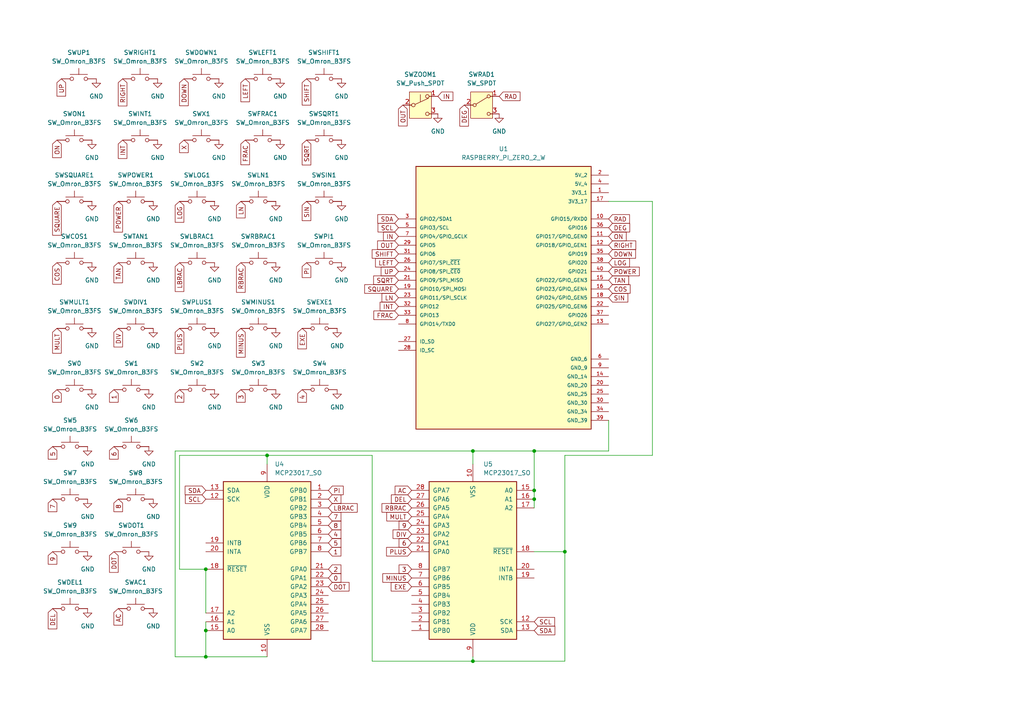
<source format=kicad_sch>
(kicad_sch (version 20231120) (generator "eeschema") (generator_version "8.0")
  (paper "A4")
  (lib_symbols
    (symbol "Interface_Expansion:MCP23017_SO" (pin_names (offset 1.016))
      (property "Reference" "U" (at -11.43 24.13 0))
      (property "Value" "MCP23017_SO" (at 0 0 0))
      (symbol "MCP23017_SO_0_1"
        (rectangle (start -12.7 22.86) (end 12.7 -22.86) (stroke (width 0.254)) (fill (type background)))
      )
      (symbol "MCP23017_SO_1_1"
        (pin bidirectional line (at 17.78 20.32 180) (length 5.08) (name "GPB0") (number "1"))
        (pin power_in line (at 0 -27.94 90) (length 5.08) (name "VSS") (number "10"))
        (pin no_connect line (at -12.7 15.24 0) (length 5.08) hide (name "NC") (number "11"))
        (pin input line (at -17.78 17.78 0) (length 5.08) (name "SCK") (number "12"))
        (pin bidirectional line (at -17.78 20.32 0) (length 5.08) (name "SDA") (number "13"))
        (pin no_connect line (at -12.7 12.7 0) (length 5.08) hide (name "NC") (number "14"))
        (pin input line (at -17.78 -20.32 0) (length 5.08) (name "A0") (number "15"))
        (pin input line (at -17.78 -17.78 0) (length 5.08) (name "A1") (number "16"))
        (pin input line (at -17.78 -15.24 0) (length 5.08) (name "A2") (number "17"))
        (pin input line (at -17.78 -2.54 0) (length 5.08) (name "~{RESET}") (number "18"))
        (pin tri_state line (at -17.78 5.08 0) (length 5.08) (name "INTB") (number "19"))
        (pin bidirectional line (at 17.78 17.78 180) (length 5.08) (name "GPB1") (number "2"))
        (pin tri_state line (at -17.78 2.54 0) (length 5.08) (name "INTA") (number "20"))
        (pin bidirectional line (at 17.78 -2.54 180) (length 5.08) (name "GPA0") (number "21"))
        (pin bidirectional line (at 17.78 -5.08 180) (length 5.08) (name "GPA1") (number "22"))
        (pin bidirectional line (at 17.78 -7.62 180) (length 5.08) (name "GPA2") (number "23"))
        (pin bidirectional line (at 17.78 -10.16 180) (length 5.08) (name "GPA3") (number "24"))
        (pin bidirectional line (at 17.78 -12.7 180) (length 5.08) (name "GPA4") (number "25"))
        (pin bidirectional line (at 17.78 -15.24 180) (length 5.08) (name "GPA5") (number "26"))
        (pin bidirectional line (at 17.78 -17.78 180) (length 5.08) (name "GPA6") (number "27"))
        (pin output line (at 17.78 -20.32 180) (length 5.08) (name "GPA7") (number "28"))
        (pin bidirectional line (at 17.78 15.24 180) (length 5.08) (name "GPB2") (number "3"))
        (pin bidirectional line (at 17.78 12.7 180) (length 5.08) (name "GPB3") (number "4"))
        (pin bidirectional line (at 17.78 10.16 180) (length 5.08) (name "GPB4") (number "5"))
        (pin bidirectional line (at 17.78 7.62 180) (length 5.08) (name "GPB5") (number "6"))
        (pin bidirectional line (at 17.78 5.08 180) (length 5.08) (name "GPB6") (number "7"))
        (pin output line (at 17.78 2.54 180) (length 5.08) (name "GPB7") (number "8"))
        (pin power_in line (at 0 27.94 270) (length 5.08) (name "VDD") (number "9"))
      )
    )
    (symbol "RASPBERRY_PI_ZERO_2_W:RASPBERRY_PI_ZERO_2_W" (pin_names (offset 1.016))
      (property "Reference" "U" (at -25.42 39.3962 0))
      (property "Value" "RASPBERRY_PI_ZERO_2_W" (at -25.4191 -40.6687 0))
      (symbol "RASPBERRY_PI_ZERO_2_W_0_0"
        (rectangle (start -25.4 -38.1) (end 25.4 38.1) (stroke (width 0.254)) (fill (type background)))
        (pin power_in line (at 30.48 30.48 180) (length 5.08) (name "3V3_1") (number "1"))
        (pin bidirectional line (at 30.48 22.86 180) (length 5.08) (name "GPIO15/RXD0") (number "10"))
        (pin bidirectional line (at 30.48 17.78 180) (length 5.08) (name "GPIO17/GPIO_GEN0") (number "11"))
        (pin bidirectional line (at 30.48 15.24 180) (length 5.08) (name "GPIO18/GPIO_GEN1") (number "12"))
        (pin bidirectional line (at 30.48 -7.62 180) (length 5.08) (name "GPIO27/GPIO_GEN2") (number "13"))
        (pin power_in line (at 30.48 -22.86 180) (length 5.08) (name "GND_14") (number "14"))
        (pin bidirectional line (at 30.48 5.08 180) (length 5.08) (name "GPIO22/GPIO_GEN3") (number "15"))
        (pin bidirectional line (at 30.48 2.54 180) (length 5.08) (name "GPIO23/GPIO_GEN4") (number "16"))
        (pin power_in line (at 30.48 27.94 180) (length 5.08) (name "3V3_17") (number "17"))
        (pin bidirectional line (at 30.48 0 180) (length 5.08) (name "GPIO24/GPIO_GEN5") (number "18"))
        (pin bidirectional line (at -30.48 2.54 0) (length 5.08) (name "GPIO10/SPI_MOSI") (number "19"))
        (pin power_in line (at 30.48 35.56 180) (length 5.08) (name "5V_2") (number "2"))
        (pin power_in line (at 30.48 -25.4 180) (length 5.08) (name "GND_20") (number "20"))
        (pin bidirectional line (at -30.48 5.08 0) (length 5.08) (name "GPIO9/SPI_MISO") (number "21"))
        (pin bidirectional line (at 30.48 -2.54 180) (length 5.08) (name "GPIO25/GPIO_GEN6") (number "22"))
        (pin bidirectional line (at -30.48 0 0) (length 5.08) (name "GPIO11/SPI_SCLK") (number "23"))
        (pin bidirectional line (at -30.48 7.62 0) (length 5.08) (name "GPIO8/SPI_~{CE0}") (number "24"))
        (pin power_in line (at 30.48 -27.94 180) (length 5.08) (name "GND_25") (number "25"))
        (pin bidirectional line (at -30.48 10.16 0) (length 5.08) (name "GPIO7/SPI_~{CE1}") (number "26"))
        (pin bidirectional line (at -30.48 -12.7 0) (length 5.08) (name "ID_SD") (number "27"))
        (pin bidirectional line (at -30.48 -15.24 0) (length 5.08) (name "ID_SC") (number "28"))
        (pin bidirectional line (at -30.48 15.24 0) (length 5.08) (name "GPIO5") (number "29"))
        (pin bidirectional line (at -30.48 22.86 0) (length 5.08) (name "GPIO2/SDA1") (number "3"))
        (pin power_in line (at 30.48 -30.48 180) (length 5.08) (name "GND_30") (number "30"))
        (pin bidirectional line (at -30.48 12.7 0) (length 5.08) (name "GPIO6") (number "31"))
        (pin bidirectional line (at -30.48 -2.54 0) (length 5.08) (name "GPIO12") (number "32"))
        (pin bidirectional line (at -30.48 -5.08 0) (length 5.08) (name "GPIO13") (number "33"))
        (pin power_in line (at 30.48 -33.02 180) (length 5.08) (name "GND_34") (number "34"))
        (pin bidirectional line (at 30.48 12.7 180) (length 5.08) (name "GPIO19") (number "35"))
        (pin bidirectional line (at 30.48 20.32 180) (length 5.08) (name "GPIO16") (number "36"))
        (pin bidirectional line (at 30.48 -5.08 180) (length 5.08) (name "GPIO26") (number "37"))
        (pin bidirectional line (at 30.48 10.16 180) (length 5.08) (name "GPIO20") (number "38"))
        (pin power_in line (at 30.48 -35.56 180) (length 5.08) (name "GND_39") (number "39"))
        (pin power_in line (at 30.48 33.02 180) (length 5.08) (name "5V_4") (number "4"))
        (pin bidirectional line (at 30.48 7.62 180) (length 5.08) (name "GPIO21") (number "40"))
        (pin bidirectional line (at -30.48 20.32 0) (length 5.08) (name "GPIO3/SCL") (number "5"))
        (pin power_in line (at 30.48 -17.78 180) (length 5.08) (name "GND_6") (number "6"))
        (pin bidirectional line (at -30.48 17.78 0) (length 5.08) (name "GPIO4/GPIO_GCLK") (number "7"))
        (pin bidirectional line (at -30.48 -7.62 0) (length 5.08) (name "GPIO14/TXD0") (number "8"))
        (pin power_in line (at 30.48 -20.32 180) (length 5.08) (name "GND_9") (number "9"))
      )
    )
    (symbol "Switch:SW_Omron_B3FS" (pin_numbers hide) (pin_names (offset 1.016) hide)
      (property "Reference" "SW" (at 1.27 2.54 0))
      (property "Value" "SW_Omron_B3FS" (at 0 -1.524 0))
      (symbol "SW_Omron_B3FS_0_1"
        (circle (center -2.032 0) (radius 0.508))
        (polyline (pts (xy 0 1.27) (xy 0 3.048)))
        (polyline (pts (xy 2.54 1.27) (xy -2.54 1.27)))
        (circle (center 2.032 0) (radius 0.508))
        (pin passive line (at -5.08 0 0) (length 2.54) (name "1") (number "1"))
        (pin passive line (at 5.08 0 180) (length 2.54) (name "2") (number "2"))
      )
    )
    (symbol "Switch:SW_Push_SPDT" (pin_names (offset 0) hide)
      (property "Reference" "SW" (at 0 5.08 0))
      (property "Value" "SW_Push_SPDT" (at 0 -5.08 0))
      (symbol "SW_Push_SPDT_0_0"
        (circle (center -2.032 0) (radius 0.508))
        (polyline (pts (xy 0 1.016) (xy 0 3.048)))
        (circle (center 2.032 -2.54) (radius 0.508))
      )
      (symbol "SW_Push_SPDT_0_1"
        (polyline (pts (xy -1.524 0.2032) (xy 2.3368 1.9812)))
        (circle (center 2.032 2.54) (radius 0.508))
      )
      (symbol "SW_Push_SPDT_1_1"
        (rectangle (start -3.175 3.81) (end 3.175 -3.81) (fill (type background)))
        (pin passive line (at 5.08 2.54 180) (length 2.54) (name "A") (number "1"))
        (pin passive line (at -5.08 0 0) (length 2.54) (name "B") (number "2"))
        (pin passive line (at 5.08 -2.54 180) (length 2.54) (name "C") (number "3"))
      )
    )
    (symbol "Switch:SW_SPDT" (pin_names (offset 0) hide)
      (property "Reference" "SW" (at 0 5.08 0))
      (property "Value" "SW_SPDT" (at 0 -5.08 0))
      (symbol "SW_SPDT_0_1"
        (circle (center -2.032 0) (radius 0.4572))
        (polyline (pts (xy -1.651 0.254) (xy 1.651 2.286)))
        (circle (center 2.032 -2.54) (radius 0.4572))
        (circle (center 2.032 2.54) (radius 0.4572))
      )
      (symbol "SW_SPDT_1_1"
        (rectangle (start -3.175 3.81) (end 3.175 -3.81) (fill (type background)))
        (pin passive line (at 5.08 2.54 180) (length 2.54) (name "A") (number "1"))
        (pin passive line (at -5.08 0 0) (length 2.54) (name "B") (number "2"))
        (pin passive line (at 5.08 -2.54 180) (length 2.54) (name "C") (number "3"))
      )
    )
    (symbol "power:GND" (power) (pin_numbers hide) (pin_names (offset 0) hide)
      (property "Value" "GND" (at 0 -3.81 0))
      (symbol "GND_0_1"
        (polyline (pts (xy 0 0) (xy 0 -1.27) (xy 1.27 -1.27) (xy 0 -2.54) (xy -1.27 -1.27) (xy 0 -1.27)))
      )
      (symbol "GND_1_1"
        (pin power_in line (at 0 0 270) (length 0) (name "~") (number "1"))
      )
    )
  )
  (junction (at 59.69 190.5))
  (junction (at 77.47 132.08))
  (junction (at 137.16 191.77))
  (junction (at 154.94 144.78))
  (junction (at 59.69 165.1))
  (junction (at 154.94 142.24))
  (junction (at 154.94 130.81))
  (junction (at 163.83 160.02))
  (junction (at 59.69 182.88))
  (junction (at 137.16 130.81))
  (wire (pts (xy 77.47 132.08) (xy 107.95 132.08)))
  (wire (pts (xy 137.16 130.81) (xy 154.94 130.81)))
  (wire (pts (xy 52.07 165.1) (xy 52.07 132.08)))
  (wire (pts (xy 189.23 132.08) (xy 189.23 58.42)))
  (wire (pts (xy 154.94 144.78) (xy 154.94 147.32)))
  (wire (pts (xy 137.16 191.77) (xy 137.16 190.5)))
  (wire (pts (xy 154.94 130.81) (xy 176.53 130.81)))
  (wire (pts (xy 59.69 165.1) (xy 52.07 165.1)))
  (wire (pts (xy 163.83 191.77) (xy 163.83 160.02)))
  (wire (pts (xy 137.16 134.62) (xy 137.16 130.81)))
  (wire (pts (xy 163.83 132.08) (xy 189.23 132.08)))
  (wire (pts (xy 50.8 130.81) (xy 137.16 130.81)))
  (wire (pts (xy 189.23 58.42) (xy 176.53 58.42)))
  (wire (pts (xy 59.69 182.88) (xy 59.69 190.5)))
  (wire (pts (xy 52.07 132.08) (xy 77.47 132.08)))
  (wire (pts (xy 107.95 132.08) (xy 107.95 191.77)))
  (wire (pts (xy 50.8 190.5) (xy 50.8 130.81)))
  (wire (pts (xy 154.94 130.81) (xy 154.94 142.24)))
  (wire (pts (xy 163.83 160.02) (xy 163.83 132.08)))
  (wire (pts (xy 59.69 165.1) (xy 59.69 177.8)))
  (wire (pts (xy 107.95 191.77) (xy 137.16 191.77)))
  (wire (pts (xy 154.94 142.24) (xy 154.94 144.78)))
  (wire (pts (xy 59.69 180.34) (xy 59.69 182.88)))
  (wire (pts (xy 77.47 190.5) (xy 59.69 190.5)))
  (wire (pts (xy 176.53 130.81) (xy 176.53 121.92)))
  (wire (pts (xy 59.69 190.5) (xy 50.8 190.5)))
  (wire (pts (xy 77.47 134.62) (xy 77.47 132.08)))
  (wire (pts (xy 137.16 191.77) (xy 163.83 191.77)))
  (wire (pts (xy 163.83 160.02) (xy 154.94 160.02)))
  (global_label "SCL" (shape input) (at 59.69 144.78 180) (property "Intersheetrefs" "${INTERSHEET_REFS}" (effects (hide yes))))
  (global_label "6" (shape input) (at 119.38 157.48 180) (property "Intersheetrefs" "${INTERSHEET_REFS}" (effects (hide yes))))
  (global_label "TAN" (shape input) (at 34.29 76.2 270) (property "Intersheetrefs" "${INTERSHEET_REFS}" (effects (hide yes))))
  (global_label "9" (shape input) (at 15.24 160.02 270) (property "Intersheetrefs" "${INTERSHEET_REFS}" (effects (hide yes))))
  (global_label "4" (shape input) (at 95.25 154.94 0) (property "Intersheetrefs" "${INTERSHEET_REFS}" (effects (hide yes))))
  (global_label "LEFT" (shape input) (at 115.57 76.2 180) (property "Intersheetrefs" "${INTERSHEET_REFS}" (effects (hide yes))))
  (global_label "DIV" (shape input) (at 119.38 154.94 180) (property "Intersheetrefs" "${INTERSHEET_REFS}" (effects (hide yes))))
  (global_label "AC" (shape input) (at 119.38 142.24 180) (property "Intersheetrefs" "${INTERSHEET_REFS}" (effects (hide yes))))
  (global_label "MULT" (shape input) (at 119.38 149.86 180) (property "Intersheetrefs" "${INTERSHEET_REFS}" (effects (hide yes))))
  (global_label "5" (shape input) (at 95.25 157.48 0) (property "Intersheetrefs" "${INTERSHEET_REFS}" (effects (hide yes))))
  (global_label "DEL" (shape input) (at 119.38 144.78 180) (property "Intersheetrefs" "${INTERSHEET_REFS}" (effects (hide yes))))
  (global_label "INT" (shape input) (at 35.56 40.64 270) (property "Intersheetrefs" "${INTERSHEET_REFS}" (effects (hide yes))))
  (global_label "IN" (shape input) (at 115.57 68.58 180) (property "Intersheetrefs" "${INTERSHEET_REFS}" (effects (hide yes))))
  (global_label "DOT" (shape input) (at 95.25 170.18 0) (property "Intersheetrefs" "${INTERSHEET_REFS}" (effects (hide yes))))
  (global_label "3" (shape input) (at 69.85 113.03 270) (property "Intersheetrefs" "${INTERSHEET_REFS}" (effects (hide yes))))
  (global_label "X" (shape input) (at 95.25 144.78 0) (property "Intersheetrefs" "${INTERSHEET_REFS}" (effects (hide yes))))
  (global_label "DIV" (shape input) (at 34.29 95.25 270) (property "Intersheetrefs" "${INTERSHEET_REFS}" (effects (hide yes))))
  (global_label "SCL" (shape input) (at 115.57 66.04 180) (property "Intersheetrefs" "${INTERSHEET_REFS}" (effects (hide yes))))
  (global_label "8" (shape input) (at 34.29 144.78 270) (property "Intersheetrefs" "${INTERSHEET_REFS}" (effects (hide yes))))
  (global_label "SCL" (shape input) (at 154.94 180.34 0) (property "Intersheetrefs" "${INTERSHEET_REFS}" (effects (hide yes))))
  (global_label "LN" (shape input) (at 115.57 86.36 180) (property "Intersheetrefs" "${INTERSHEET_REFS}" (effects (hide yes))))
  (global_label "RIGHT" (shape input) (at 176.53 71.12 0) (property "Intersheetrefs" "${INTERSHEET_REFS}" (effects (hide yes))))
  (global_label "5" (shape input) (at 15.24 129.54 270) (property "Intersheetrefs" "${INTERSHEET_REFS}" (effects (hide yes))))
  (global_label "COS" (shape input) (at 176.53 83.82 0) (property "Intersheetrefs" "${INTERSHEET_REFS}" (effects (hide yes))))
  (global_label "LOG" (shape input) (at 176.53 76.2 0) (property "Intersheetrefs" "${INTERSHEET_REFS}" (effects (hide yes))))
  (global_label "MULT" (shape input) (at 16.51 95.25 270) (property "Intersheetrefs" "${INTERSHEET_REFS}" (effects (hide yes))))
  (global_label "SQUARE" (shape input) (at 16.51 58.42 270) (property "Intersheetrefs" "${INTERSHEET_REFS}" (effects (hide yes))))
  (global_label "EXE" (shape input) (at 87.63 95.25 270) (property "Intersheetrefs" "${INTERSHEET_REFS}" (effects (hide yes))))
  (global_label "2" (shape input) (at 95.25 165.1 0) (property "Intersheetrefs" "${INTERSHEET_REFS}" (effects (hide yes))))
  (global_label "UP" (shape input) (at 115.57 78.74 180) (property "Intersheetrefs" "${INTERSHEET_REFS}" (effects (hide yes))))
  (global_label "SDA" (shape input) (at 154.94 182.88 0) (property "Intersheetrefs" "${INTERSHEET_REFS}" (effects (hide yes))))
  (global_label "MINUS" (shape input) (at 69.85 95.25 270) (property "Intersheetrefs" "${INTERSHEET_REFS}" (effects (hide yes))))
  (global_label "UP" (shape input) (at 17.78 22.86 270) (property "Intersheetrefs" "${INTERSHEET_REFS}" (effects (hide yes))))
  (global_label "EXE" (shape input) (at 119.38 170.18 180) (property "Intersheetrefs" "${INTERSHEET_REFS}" (effects (hide yes))))
  (global_label "SQRT" (shape input) (at 88.9 40.64 270) (property "Intersheetrefs" "${INTERSHEET_REFS}" (effects (hide yes))))
  (global_label "7" (shape input) (at 95.25 149.86 0) (property "Intersheetrefs" "${INTERSHEET_REFS}" (effects (hide yes))))
  (global_label "FRAC" (shape input) (at 71.12 40.64 270) (property "Intersheetrefs" "${INTERSHEET_REFS}" (effects (hide yes))))
  (global_label "2" (shape input) (at 52.07 113.03 270) (property "Intersheetrefs" "${INTERSHEET_REFS}" (effects (hide yes))))
  (global_label "1" (shape input) (at 95.25 160.02 0) (property "Intersheetrefs" "${INTERSHEET_REFS}" (effects (hide yes))))
  (global_label "SDA" (shape input) (at 59.69 142.24 180) (property "Intersheetrefs" "${INTERSHEET_REFS}" (effects (hide yes))))
  (global_label "OUT" (shape input) (at 115.57 71.12 180) (property "Intersheetrefs" "${INTERSHEET_REFS}" (effects (hide yes))))
  (global_label "OUT" (shape input) (at 116.84 30.48 270) (property "Intersheetrefs" "${INTERSHEET_REFS}" (effects (hide yes))))
  (global_label "SHIFT" (shape input) (at 88.9 22.86 270) (property "Intersheetrefs" "${INTERSHEET_REFS}" (effects (hide yes))))
  (global_label "PLUS" (shape input) (at 119.38 160.02 180) (property "Intersheetrefs" "${INTERSHEET_REFS}" (effects (hide yes))))
  (global_label "1" (shape input) (at 33.02 113.03 270) (property "Intersheetrefs" "${INTERSHEET_REFS}" (effects (hide yes))))
  (global_label "SQUARE" (shape input) (at 115.57 83.82 180) (property "Intersheetrefs" "${INTERSHEET_REFS}" (effects (hide yes))))
  (global_label "3" (shape input) (at 119.38 165.1 180) (property "Intersheetrefs" "${INTERSHEET_REFS}" (effects (hide yes))))
  (global_label "RBRAC" (shape input) (at 119.38 147.32 180) (property "Intersheetrefs" "${INTERSHEET_REFS}" (effects (hide yes))))
  (global_label "SDA" (shape input) (at 115.57 63.5 180) (property "Intersheetrefs" "${INTERSHEET_REFS}" (effects (hide yes))))
  (global_label "LEFT" (shape input) (at 71.12 22.86 270) (property "Intersheetrefs" "${INTERSHEET_REFS}" (effects (hide yes))))
  (global_label "INT" (shape input) (at 115.57 88.9 180) (property "Intersheetrefs" "${INTERSHEET_REFS}" (effects (hide yes))))
  (global_label "FRAC" (shape input) (at 115.57 91.44 180) (property "Intersheetrefs" "${INTERSHEET_REFS}" (effects (hide yes))))
  (global_label "RIGHT" (shape input) (at 35.56 22.86 270) (property "Intersheetrefs" "${INTERSHEET_REFS}" (effects (hide yes))))
  (global_label "ON" (shape input) (at 176.53 68.58 0) (property "Intersheetrefs" "${INTERSHEET_REFS}" (effects (hide yes))))
  (global_label "DOT" (shape input) (at 33.02 160.02 270) (property "Intersheetrefs" "${INTERSHEET_REFS}" (effects (hide yes))))
  (global_label "PI" (shape input) (at 88.9 76.2 270) (property "Intersheetrefs" "${INTERSHEET_REFS}" (effects (hide yes))))
  (global_label "ON" (shape input) (at 16.51 40.64 270) (property "Intersheetrefs" "${INTERSHEET_REFS}" (effects (hide yes))))
  (global_label "4" (shape input) (at 87.63 113.03 270) (property "Intersheetrefs" "${INTERSHEET_REFS}" (effects (hide yes))))
  (global_label "SIN" (shape input) (at 88.9 58.42 270) (property "Intersheetrefs" "${INTERSHEET_REFS}" (effects (hide yes))))
  (global_label "LBRAC" (shape input) (at 52.07 76.2 270) (property "Intersheetrefs" "${INTERSHEET_REFS}" (effects (hide yes))))
  (global_label "RBRAC" (shape input) (at 69.85 76.2 270) (property "Intersheetrefs" "${INTERSHEET_REFS}" (effects (hide yes))))
  (global_label "MINUS" (shape input) (at 119.38 167.64 180) (property "Intersheetrefs" "${INTERSHEET_REFS}" (effects (hide yes))))
  (global_label "X" (shape input) (at 53.34 40.64 270) (property "Intersheetrefs" "${INTERSHEET_REFS}" (effects (hide yes))))
  (global_label "RAD" (shape input) (at 176.53 63.5 0) (property "Intersheetrefs" "${INTERSHEET_REFS}" (effects (hide yes))))
  (global_label "0" (shape input) (at 95.25 167.64 0) (property "Intersheetrefs" "${INTERSHEET_REFS}" (effects (hide yes))))
  (global_label "DOWN" (shape input) (at 176.53 73.66 0) (property "Intersheetrefs" "${INTERSHEET_REFS}" (effects (hide yes))))
  (global_label "LOG" (shape input) (at 52.07 58.42 270) (property "Intersheetrefs" "${INTERSHEET_REFS}" (effects (hide yes))))
  (global_label "8" (shape input) (at 95.25 152.4 0) (property "Intersheetrefs" "${INTERSHEET_REFS}" (effects (hide yes))))
  (global_label "PI" (shape input) (at 95.25 142.24 0) (property "Intersheetrefs" "${INTERSHEET_REFS}" (effects (hide yes))))
  (global_label "DEG" (shape input) (at 176.53 66.04 0) (property "Intersheetrefs" "${INTERSHEET_REFS}" (effects (hide yes))))
  (global_label "RAD" (shape input) (at 144.78 27.94 0) (property "Intersheetrefs" "${INTERSHEET_REFS}" (effects (hide yes))))
  (global_label "COS" (shape input) (at 16.51 76.2 270) (property "Intersheetrefs" "${INTERSHEET_REFS}" (effects (hide yes))))
  (global_label "PLUS" (shape input) (at 52.07 95.25 270) (property "Intersheetrefs" "${INTERSHEET_REFS}" (effects (hide yes))))
  (global_label "AC" (shape input) (at 34.29 176.53 270) (property "Intersheetrefs" "${INTERSHEET_REFS}" (effects (hide yes))))
  (global_label "SQRT" (shape input) (at 115.57 81.28 180) (property "Intersheetrefs" "${INTERSHEET_REFS}" (effects (hide yes))))
  (global_label "IN" (shape input) (at 127 27.94 0) (property "Intersheetrefs" "${INTERSHEET_REFS}" (effects (hide yes))))
  (global_label "DEG" (shape input) (at 134.62 30.48 270) (property "Intersheetrefs" "${INTERSHEET_REFS}" (effects (hide yes))))
  (global_label "DOWN" (shape input) (at 53.34 22.86 270) (property "Intersheetrefs" "${INTERSHEET_REFS}" (effects (hide yes))))
  (global_label "SIN" (shape input) (at 176.53 86.36 0) (property "Intersheetrefs" "${INTERSHEET_REFS}" (effects (hide yes))))
  (global_label "TAN" (shape input) (at 176.53 81.28 0) (property "Intersheetrefs" "${INTERSHEET_REFS}" (effects (hide yes))))
  (global_label "LBRAC" (shape input) (at 95.25 147.32 0) (property "Intersheetrefs" "${INTERSHEET_REFS}" (effects (hide yes))))
  (global_label "6" (shape input) (at 33.02 129.54 270) (property "Intersheetrefs" "${INTERSHEET_REFS}" (effects (hide yes))))
  (global_label "LN" (shape input) (at 69.85 58.42 270) (property "Intersheetrefs" "${INTERSHEET_REFS}" (effects (hide yes))))
  (global_label "DEL" (shape input) (at 15.24 176.53 270) (property "Intersheetrefs" "${INTERSHEET_REFS}" (effects (hide yes))))
  (global_label "POWER" (shape input) (at 176.53 78.74 0) (property "Intersheetrefs" "${INTERSHEET_REFS}" (effects (hide yes))))
  (global_label "POWER" (shape input) (at 34.29 58.42 270) (property "Intersheetrefs" "${INTERSHEET_REFS}" (effects (hide yes))))
  (global_label "7" (shape input) (at 15.24 144.78 270) (property "Intersheetrefs" "${INTERSHEET_REFS}" (effects (hide yes))))
  (global_label "9" (shape input) (at 119.38 152.4 180) (property "Intersheetrefs" "${INTERSHEET_REFS}" (effects (hide yes))))
  (global_label "0" (shape input) (at 16.51 113.03 270) (property "Intersheetrefs" "${INTERSHEET_REFS}" (effects (hide yes))))
  (global_label "SHIFT" (shape input) (at 115.57 73.66 180) (property "Intersheetrefs" "${INTERSHEET_REFS}" (effects (hide yes))))
  (symbol (lib_id "power:GND") (at 63.5 40.64 0) (unit 1)
    (property "Reference" "#PWR08" (effects (hide yes)))
    (property "Value" "GND" (at 63.5 45.72 0))
    (property "Description" "Power symbol creates a global label with name \"GND\" , ground" (effects (hide yes)))
  )
  (symbol (lib_id "Switch:SW_SPDT") (at 139.7 30.48 0) (unit 1)
    (property "Reference" "SWRAD1" (at 139.7 21.59 0))
    (property "Value" "SW_SPDT" (at 139.7 24.13 0))
    (property "Footprint" "Button_Switch_SMD:SW_SPDT_CK_JS102011SAQN" (effects (hide yes)))
    (property "Description" "Switch, single pole double throw" (effects (hide yes)))
  )
  (symbol (lib_id "Switch:SW_Omron_B3FS") (at 20.32 129.54 0) (unit 1)
    (property "Reference" "SW5" (at 20.32 121.92 0))
    (property "Value" "SW_Omron_B3FS" (at 20.32 124.46 0))
    (property "Footprint" "Button_Switch_SMD:SW_SPST_Omron_B3FS-105xP" (effects (hide yes)))
    (property "Datasheet" "https://omronfs.omron.com/en_US/ecb/products/pdf/en-b3fs.pdf" (effects (hide yes)))
    (property "Description" "Omron B3FS 6x6mm single pole normally-open tactile switch" (effects (hide yes)))
  )
  (symbol (lib_id "power:GND") (at 80.01 76.2 0) (unit 1)
    (property "Reference" "#PWR019" (effects (hide yes)))
    (property "Value" "GND" (at 80.01 81.28 0))
    (property "Description" "Power symbol creates a global label with name \"GND\" , ground" (effects (hide yes)))
  )
  (symbol (lib_id "Switch:SW_Omron_B3FS") (at 92.71 113.03 0) (unit 1)
    (property "Reference" "SW4" (at 92.71 105.41 0))
    (property "Value" "SW_Omron_B3FS" (at 92.71 107.95 0))
    (property "Footprint" "Button_Switch_SMD:SW_SPST_Omron_B3FS-105xP" (effects (hide yes)))
    (property "Datasheet" "https://omronfs.omron.com/en_US/ecb/products/pdf/en-b3fs.pdf" (effects (hide yes)))
    (property "Description" "Omron B3FS 6x6mm single pole normally-open tactile switch" (effects (hide yes)))
  )
  (symbol (lib_id "Switch:SW_Omron_B3FS") (at 20.32 160.02 0) (unit 1)
    (property "Reference" "SW9" (at 20.32 152.4 0))
    (property "Value" "SW_Omron_B3FS" (at 20.32 154.94 0))
    (property "Footprint" "Button_Switch_SMD:SW_SPST_Omron_B3FS-105xP" (effects (hide yes)))
    (property "Datasheet" "https://omronfs.omron.com/en_US/ecb/products/pdf/en-b3fs.pdf" (effects (hide yes)))
    (property "Description" "Omron B3FS 6x6mm single pole normally-open tactile switch" (effects (hide yes)))
  )
  (symbol (lib_id "power:GND") (at 97.79 113.03 0) (unit 1)
    (property "Reference" "#PWR035" (effects (hide yes)))
    (property "Value" "GND" (at 97.79 118.11 0))
    (property "Description" "Power symbol creates a global label with name \"GND\" , ground" (effects (hide yes)))
  )
  (symbol (lib_id "power:GND") (at 45.72 22.86 0) (unit 1)
    (property "Reference" "#PWR02" (effects (hide yes)))
    (property "Value" "GND" (at 45.72 27.94 0))
    (property "Description" "Power symbol creates a global label with name \"GND\" , ground" (effects (hide yes)))
  )
  (symbol (lib_id "power:GND") (at 80.01 113.03 0) (unit 1)
    (property "Reference" "#PWR034" (effects (hide yes)))
    (property "Value" "GND" (at 80.01 118.11 0))
    (property "Description" "Power symbol creates a global label with name \"GND\" , ground" (effects (hide yes)))
  )
  (symbol (lib_id "Switch:SW_Omron_B3FS") (at 38.1 160.02 0) (unit 1)
    (property "Reference" "SWDOT1" (at 38.1 152.4 0))
    (property "Value" "SW_Omron_B3FS" (at 38.1 154.94 0))
    (property "Footprint" "Button_Switch_SMD:SW_SPST_Omron_B3FS-105xP" (effects (hide yes)))
    (property "Datasheet" "https://omronfs.omron.com/en_US/ecb/products/pdf/en-b3fs.pdf" (effects (hide yes)))
    (property "Description" "Omron B3FS 6x6mm single pole normally-open tactile switch" (effects (hide yes)))
  )
  (symbol (lib_id "power:GND") (at 81.28 22.86 0) (unit 1)
    (property "Reference" "#PWR04" (effects (hide yes)))
    (property "Value" "GND" (at 81.28 27.94 0))
    (property "Description" "Power symbol creates a global label with name \"GND\" , ground" (effects (hide yes)))
  )
  (symbol (lib_id "power:GND") (at 81.28 40.64 0) (unit 1)
    (property "Reference" "#PWR09" (effects (hide yes)))
    (property "Value" "GND" (at 81.28 45.72 0))
    (property "Description" "Power symbol creates a global label with name \"GND\" , ground" (effects (hide yes)))
  )
  (symbol (lib_id "power:GND") (at 144.78 33.02 0) (unit 1)
    (property "Reference" "#PWR040" (effects (hide yes)))
    (property "Value" "GND" (at 144.78 38.1 0))
    (property "Description" "Power symbol creates a global label with name \"GND\" , ground" (effects (hide yes)))
  )
  (symbol (lib_id "Switch:SW_Omron_B3FS") (at 57.15 95.25 0) (unit 1)
    (property "Reference" "SWPLUS1" (at 57.15 87.63 0))
    (property "Value" "SW_Omron_B3FS" (at 57.15 90.17 0))
    (property "Footprint" "Button_Switch_SMD:SW_SPST_Omron_B3FS-105xP" (effects (hide yes)))
    (property "Datasheet" "https://omronfs.omron.com/en_US/ecb/products/pdf/en-b3fs.pdf" (effects (hide yes)))
    (property "Description" "Omron B3FS 6x6mm single pole normally-open tactile switch" (effects (hide yes)))
  )
  (symbol (lib_id "Interface_Expansion:MCP23017_SO") (at 137.16 162.56 180) (unit 1)
    (property "Reference" "U5" (at 140.1765 134.62 0) (effects (justify right)))
    (property "Value" "MCP23017_SO" (at 140.1765 137.16 0) (effects (justify right)))
    (property "Footprint" "Package_SO:SOIC-28W_7.5x17.9mm_P1.27mm" (effects (hide yes)))
    (property "Datasheet" "https://ww1.microchip.com/downloads/aemDocuments/documents/APID/ProductDocuments/DataSheets/MCP23017-Data-Sheet-DS20001952.pdf" (effects (hide yes)))
    (property "Description" "16-bit I/O expander, I2C, interrupts, w pull-ups, GPA/B7 output only (https://microchip.my.site.com/s/article/GPA7---GPB7-Cannot-Be-Used-as-Inputs-In-MCP23017),  SOIC-28" (effects (hide yes)))
  )
  (symbol (lib_id "power:GND") (at 99.06 76.2 0) (unit 1)
    (property "Reference" "#PWR020" (effects (hide yes)))
    (property "Value" "GND" (at 99.06 81.28 0))
    (property "Description" "Power symbol creates a global label with name \"GND\" , ground" (effects (hide yes)))
  )
  (symbol (lib_id "Switch:SW_Omron_B3FS") (at 20.32 144.78 0) (unit 1)
    (property "Reference" "SW7" (at 20.32 137.16 0))
    (property "Value" "SW_Omron_B3FS" (at 20.32 139.7 0))
    (property "Footprint" "Button_Switch_SMD:SW_SPST_Omron_B3FS-105xP" (effects (hide yes)))
    (property "Datasheet" "https://omronfs.omron.com/en_US/ecb/products/pdf/en-b3fs.pdf" (effects (hide yes)))
    (property "Description" "Omron B3FS 6x6mm single pole normally-open tactile switch" (effects (hide yes)))
  )
  (symbol (lib_id "power:GND") (at 27.94 22.86 0) (unit 1)
    (property "Reference" "#PWR01" (effects (hide yes)))
    (property "Value" "GND" (at 27.94 27.94 0))
    (property "Description" "Power symbol creates a global label with name \"GND\" , ground" (effects (hide yes)))
  )
  (symbol (lib_id "Switch:SW_Omron_B3FS") (at 74.93 58.42 0) (unit 1)
    (property "Reference" "SWLN1" (at 74.93 50.8 0))
    (property "Value" "SW_Omron_B3FS" (at 74.93 53.34 0))
    (property "Footprint" "Button_Switch_SMD:SW_SPST_Omron_B3FS-105xP" (effects (hide yes)))
    (property "Datasheet" "https://omronfs.omron.com/en_US/ecb/products/pdf/en-b3fs.pdf" (effects (hide yes)))
    (property "Description" "Omron B3FS 6x6mm single pole normally-open tactile switch" (effects (hide yes)))
  )
  (symbol (lib_id "power:GND") (at 26.67 58.42 0) (unit 1)
    (property "Reference" "#PWR011" (effects (hide yes)))
    (property "Value" "GND" (at 26.67 63.5 0))
    (property "Description" "Power symbol creates a global label with name \"GND\" , ground" (effects (hide yes)))
  )
  (symbol (lib_id "Switch:SW_Omron_B3FS") (at 93.98 22.86 0) (unit 1)
    (property "Reference" "SWSHIFT1" (at 93.98 15.24 0))
    (property "Value" "SW_Omron_B3FS" (at 93.98 17.78 0))
    (property "Footprint" "Button_Switch_SMD:SW_SPST_Omron_B3FS-105xP" (effects (hide yes)))
    (property "Datasheet" "https://omronfs.omron.com/en_US/ecb/products/pdf/en-b3fs.pdf" (effects (hide yes)))
    (property "Description" "Omron B3FS 6x6mm single pole normally-open tactile switch" (effects (hide yes)))
  )
  (symbol (lib_id "power:GND") (at 62.23 58.42 0) (unit 1)
    (property "Reference" "#PWR013" (effects (hide yes)))
    (property "Value" "GND" (at 62.23 63.5 0))
    (property "Description" "Power symbol creates a global label with name \"GND\" , ground" (effects (hide yes)))
  )
  (symbol (lib_id "Switch:SW_Omron_B3FS") (at 21.59 58.42 0) (unit 1)
    (property "Reference" "SWSQUARE1" (at 21.59 50.8 0))
    (property "Value" "SW_Omron_B3FS" (at 21.59 53.34 0))
    (property "Footprint" "Button_Switch_SMD:SW_SPST_Omron_B3FS-105xP" (effects (hide yes)))
    (property "Datasheet" "https://omronfs.omron.com/en_US/ecb/products/pdf/en-b3fs.pdf" (effects (hide yes)))
    (property "Description" "Omron B3FS 6x6mm single pole normally-open tactile switch" (effects (hide yes)))
  )
  (symbol (lib_id "Switch:SW_Omron_B3FS") (at 21.59 113.03 0) (unit 1)
    (property "Reference" "SW0" (at 21.59 105.41 0))
    (property "Value" "SW_Omron_B3FS" (at 21.59 107.95 0))
    (property "Footprint" "Button_Switch_SMD:SW_SPST_Omron_B3FS-105xP" (effects (hide yes)))
    (property "Datasheet" "https://omronfs.omron.com/en_US/ecb/products/pdf/en-b3fs.pdf" (effects (hide yes)))
    (property "Description" "Omron B3FS 6x6mm single pole normally-open tactile switch" (effects (hide yes)))
  )
  (symbol (lib_id "Switch:SW_Omron_B3FS") (at 39.37 76.2 0) (unit 1)
    (property "Reference" "SWTAN1" (at 39.37 68.58 0))
    (property "Value" "SW_Omron_B3FS" (at 39.37 71.12 0))
    (property "Footprint" "Button_Switch_SMD:SW_SPST_Omron_B3FS-105xP" (effects (hide yes)))
    (property "Datasheet" "https://omronfs.omron.com/en_US/ecb/products/pdf/en-b3fs.pdf" (effects (hide yes)))
    (property "Description" "Omron B3FS 6x6mm single pole normally-open tactile switch" (effects (hide yes)))
  )
  (symbol (lib_id "power:GND") (at 97.79 95.25 0) (unit 1)
    (property "Reference" "#PWR030" (effects (hide yes)))
    (property "Value" "GND" (at 97.79 100.33 0))
    (property "Description" "Power symbol creates a global label with name \"GND\" , ground" (effects (hide yes)))
  )
  (symbol (lib_id "power:GND") (at 44.45 95.25 0) (unit 1)
    (property "Reference" "#PWR027" (effects (hide yes)))
    (property "Value" "GND" (at 44.45 100.33 0))
    (property "Description" "Power symbol creates a global label with name \"GND\" , ground" (effects (hide yes)))
  )
  (symbol (lib_id "power:GND") (at 26.67 113.03 0) (unit 1)
    (property "Reference" "#PWR031" (effects (hide yes)))
    (property "Value" "GND" (at 26.67 118.11 0))
    (property "Description" "Power symbol creates a global label with name \"GND\" , ground" (effects (hide yes)))
  )
  (symbol (lib_id "power:GND") (at 62.23 95.25 0) (unit 1)
    (property "Reference" "#PWR028" (effects (hide yes)))
    (property "Value" "GND" (at 62.23 100.33 0))
    (property "Description" "Power symbol creates a global label with name \"GND\" , ground" (effects (hide yes)))
  )
  (symbol (lib_id "Interface_Expansion:MCP23017_SO") (at 77.47 162.56 0) (unit 1)
    (property "Reference" "U4" (at 79.6641 134.62 0) (effects (justify left)))
    (property "Value" "MCP23017_SO" (at 79.6641 137.16 0) (effects (justify left)))
    (property "Footprint" "Package_SO:SOIC-28W_7.5x17.9mm_P1.27mm" (effects (hide yes)))
    (property "Datasheet" "https://ww1.microchip.com/downloads/aemDocuments/documents/APID/ProductDocuments/DataSheets/MCP23017-Data-Sheet-DS20001952.pdf" (effects (hide yes)))
    (property "Description" "16-bit I/O expander, I2C, interrupts, w pull-ups, GPA/B7 output only (https://microchip.my.site.com/s/article/GPA7---GPB7-Cannot-Be-Used-as-Inputs-In-MCP23017),  SOIC-28" (effects (hide yes)))
  )
  (symbol (lib_id "RASPBERRY_PI_ZERO_2_W:RASPBERRY_PI_ZERO_2_W") (at 146.05 86.36 0) (unit 1)
    (property "Reference" "U1" (at 146.05 43.18 0))
    (property "Value" "RASPBERRY_PI_ZERO_2_W" (at 146.05 45.72 0))
    (property "Footprint" "RPI_Zero2W:MODULE_RASPBERRY_PI_ZERO_2_W" (effects (hide yes)))
    (property "MF" "Raspberry Pi" (effects (hide yes)))
    (property "Description_1" "\n                        \n                            At the heart of Raspberry Pi Zero 2 W is RP3A0, a custom-built system-in-package designed by Raspberry Pi in the UK.\n                        \n" (effects (hide yes)))
    (property "Package" "None" (effects (hide yes)))
    (property "Price" "None" (effects (hide yes)))
    (property "Check_prices" "https://www.snapeda.com/parts/RASPBERRY%20PI%20ZERO%202%20W/Raspberry+Pi/view-part/?ref=eda" (effects (hide yes)))
    (property "STANDARD" "Manufacturer Recommendations" (effects (hide yes)))
    (property "PARTREV" "April 2024" (effects (hide yes)))
    (property "SnapEDA_Link" "https://www.snapeda.com/parts/RASPBERRY%20PI%20ZERO%202%20W/Raspberry+Pi/view-part/?ref=snap" (effects (hide yes)))
    (property "MP" "RASPBERRY PI ZERO 2 W" (effects (hide yes)))
    (property "Availability" "In Stock" (effects (hide yes)))
    (property "MANUFACTURER" "Raspberry Pi" (effects (hide yes)))
  )
  (symbol (lib_id "Switch:SW_Omron_B3FS") (at 40.64 22.86 0) (unit 1)
    (property "Reference" "SWRIGHT1" (at 40.64 15.24 0))
    (property "Value" "SW_Omron_B3FS" (at 40.64 17.78 0))
    (property "Footprint" "Button_Switch_SMD:SW_SPST_Omron_B3FS-105xP" (effects (hide yes)))
    (property "Datasheet" "https://omronfs.omron.com/en_US/ecb/products/pdf/en-b3fs.pdf" (effects (hide yes)))
    (property "Description" "Omron B3FS 6x6mm single pole normally-open tactile switch" (effects (hide yes)))
  )
  (symbol (lib_id "power:GND") (at 25.4 160.02 0) (unit 1)
    (property "Reference" "#PWR025" (effects (hide yes)))
    (property "Value" "GND" (at 25.4 165.1 0))
    (property "Description" "Power symbol creates a global label with name \"GND\" , ground" (effects (hide yes)))
  )
  (symbol (lib_id "Switch:SW_Omron_B3FS") (at 39.37 58.42 0) (unit 1)
    (property "Reference" "SWPOWER1" (at 39.37 50.8 0))
    (property "Value" "SW_Omron_B3FS" (at 39.37 53.34 0))
    (property "Footprint" "Button_Switch_SMD:SW_SPST_Omron_B3FS-105xP" (effects (hide yes)))
    (property "Datasheet" "https://omronfs.omron.com/en_US/ecb/products/pdf/en-b3fs.pdf" (effects (hide yes)))
    (property "Description" "Omron B3FS 6x6mm single pole normally-open tactile switch" (effects (hide yes)))
  )
  (symbol (lib_id "power:GND") (at 45.72 40.64 0) (unit 1)
    (property "Reference" "#PWR07" (effects (hide yes)))
    (property "Value" "GND" (at 45.72 45.72 0))
    (property "Description" "Power symbol creates a global label with name \"GND\" , ground" (effects (hide yes)))
  )
  (symbol (lib_id "Switch:SW_Omron_B3FS") (at 20.32 176.53 0) (unit 1)
    (property "Reference" "SWDEL1" (at 20.32 168.91 0))
    (property "Value" "SW_Omron_B3FS" (at 20.32 171.45 0))
    (property "Footprint" "Button_Switch_SMD:SW_SPST_Omron_B3FS-105xP" (effects (hide yes)))
    (property "Datasheet" "https://omronfs.omron.com/en_US/ecb/products/pdf/en-b3fs.pdf" (effects (hide yes)))
    (property "Description" "Omron B3FS 6x6mm single pole normally-open tactile switch" (effects (hide yes)))
  )
  (symbol (lib_id "Switch:SW_Omron_B3FS") (at 57.15 76.2 0) (unit 1)
    (property "Reference" "SWLBRAC1" (at 57.15 68.58 0))
    (property "Value" "SW_Omron_B3FS" (at 57.15 71.12 0))
    (property "Footprint" "Button_Switch_SMD:SW_SPST_Omron_B3FS-105xP" (effects (hide yes)))
    (property "Datasheet" "https://omronfs.omron.com/en_US/ecb/products/pdf/en-b3fs.pdf" (effects (hide yes)))
    (property "Description" "Omron B3FS 6x6mm single pole normally-open tactile switch" (effects (hide yes)))
  )
  (symbol (lib_id "Switch:SW_Omron_B3FS") (at 76.2 40.64 0) (unit 1)
    (property "Reference" "SWFRAC1" (at 76.2 33.02 0))
    (property "Value" "SW_Omron_B3FS" (at 76.2 35.56 0))
    (property "Footprint" "Button_Switch_SMD:SW_SPST_Omron_B3FS-105xP" (effects (hide yes)))
    (property "Datasheet" "https://omronfs.omron.com/en_US/ecb/products/pdf/en-b3fs.pdf" (effects (hide yes)))
    (property "Description" "Omron B3FS 6x6mm single pole normally-open tactile switch" (effects (hide yes)))
  )
  (symbol (lib_id "power:GND") (at 44.45 58.42 0) (unit 1)
    (property "Reference" "#PWR012" (effects (hide yes)))
    (property "Value" "GND" (at 44.45 63.5 0))
    (property "Description" "Power symbol creates a global label with name \"GND\" , ground" (effects (hide yes)))
  )
  (symbol (lib_id "power:GND") (at 26.67 76.2 0) (unit 1)
    (property "Reference" "#PWR016" (effects (hide yes)))
    (property "Value" "GND" (at 26.67 81.28 0))
    (property "Description" "Power symbol creates a global label with name \"GND\" , ground" (effects (hide yes)))
  )
  (symbol (lib_id "power:GND") (at 62.23 76.2 0) (unit 1)
    (property "Reference" "#PWR018" (effects (hide yes)))
    (property "Value" "GND" (at 62.23 81.28 0))
    (property "Description" "Power symbol creates a global label with name \"GND\" , ground" (effects (hide yes)))
  )
  (symbol (lib_id "power:GND") (at 44.45 76.2 0) (unit 1)
    (property "Reference" "#PWR017" (effects (hide yes)))
    (property "Value" "GND" (at 44.45 81.28 0))
    (property "Description" "Power symbol creates a global label with name \"GND\" , ground" (effects (hide yes)))
  )
  (symbol (lib_id "Switch:SW_Omron_B3FS") (at 93.98 40.64 0) (unit 1)
    (property "Reference" "SWSQRT1" (at 93.98 33.02 0))
    (property "Value" "SW_Omron_B3FS" (at 93.98 35.56 0))
    (property "Footprint" "Button_Switch_SMD:SW_SPST_Omron_B3FS-105xP" (effects (hide yes)))
    (property "Datasheet" "https://omronfs.omron.com/en_US/ecb/products/pdf/en-b3fs.pdf" (effects (hide yes)))
    (property "Description" "Omron B3FS 6x6mm single pole normally-open tactile switch" (effects (hide yes)))
  )
  (symbol (lib_id "power:GND") (at 25.4 176.53 0) (unit 1)
    (property "Reference" "#PWR037" (effects (hide yes)))
    (property "Value" "GND" (at 25.4 181.61 0))
    (property "Description" "Power symbol creates a global label with name \"GND\" , ground" (effects (hide yes)))
  )
  (symbol (lib_id "Switch:SW_Omron_B3FS") (at 39.37 176.53 0) (unit 1)
    (property "Reference" "SWAC1" (at 39.37 168.91 0))
    (property "Value" "SW_Omron_B3FS" (at 39.37 171.45 0))
    (property "Footprint" "Button_Switch_SMD:SW_SPST_Omron_B3FS-105xP" (effects (hide yes)))
    (property "Datasheet" "https://omronfs.omron.com/en_US/ecb/products/pdf/en-b3fs.pdf" (effects (hide yes)))
    (property "Description" "Omron B3FS 6x6mm single pole normally-open tactile switch" (effects (hide yes)))
  )
  (symbol (lib_id "power:GND") (at 44.45 144.78 0) (unit 1)
    (property "Reference" "#PWR024" (effects (hide yes)))
    (property "Value" "GND" (at 44.45 149.86 0))
    (property "Description" "Power symbol creates a global label with name \"GND\" , ground" (effects (hide yes)))
  )
  (symbol (lib_id "Switch:SW_Omron_B3FS") (at 93.98 76.2 0) (unit 1)
    (property "Reference" "SWPI1" (at 93.98 68.58 0))
    (property "Value" "SW_Omron_B3FS" (at 93.98 71.12 0))
    (property "Footprint" "Button_Switch_SMD:SW_SPST_Omron_B3FS-105xP" (effects (hide yes)))
    (property "Datasheet" "https://omronfs.omron.com/en_US/ecb/products/pdf/en-b3fs.pdf" (effects (hide yes)))
    (property "Description" "Omron B3FS 6x6mm single pole normally-open tactile switch" (effects (hide yes)))
  )
  (symbol (lib_id "power:GND") (at 26.67 95.25 0) (unit 1)
    (property "Reference" "#PWR026" (effects (hide yes)))
    (property "Value" "GND" (at 26.67 100.33 0))
    (property "Description" "Power symbol creates a global label with name \"GND\" , ground" (effects (hide yes)))
  )
  (symbol (lib_id "power:GND") (at 43.18 113.03 0) (unit 1)
    (property "Reference" "#PWR032" (effects (hide yes)))
    (property "Value" "GND" (at 43.18 118.11 0))
    (property "Description" "Power symbol creates a global label with name \"GND\" , ground" (effects (hide yes)))
  )
  (symbol (lib_id "Switch:SW_Omron_B3FS") (at 39.37 144.78 0) (unit 1)
    (property "Reference" "SW8" (at 39.37 137.16 0))
    (property "Value" "SW_Omron_B3FS" (at 39.37 139.7 0))
    (property "Footprint" "Button_Switch_SMD:SW_SPST_Omron_B3FS-105xP" (effects (hide yes)))
    (property "Datasheet" "https://omronfs.omron.com/en_US/ecb/products/pdf/en-b3fs.pdf" (effects (hide yes)))
    (property "Description" "Omron B3FS 6x6mm single pole normally-open tactile switch" (effects (hide yes)))
  )
  (symbol (lib_id "Switch:SW_Omron_B3FS") (at 93.98 58.42 0) (unit 1)
    (property "Reference" "SWSIN1" (at 93.98 50.8 0))
    (property "Value" "SW_Omron_B3FS" (at 93.98 53.34 0))
    (property "Footprint" "Button_Switch_SMD:SW_SPST_Omron_B3FS-105xP" (effects (hide yes)))
    (property "Datasheet" "https://omronfs.omron.com/en_US/ecb/products/pdf/en-b3fs.pdf" (effects (hide yes)))
    (property "Description" "Omron B3FS 6x6mm single pole normally-open tactile switch" (effects (hide yes)))
  )
  (symbol (lib_id "power:GND") (at 80.01 58.42 0) (unit 1)
    (property "Reference" "#PWR014" (effects (hide yes)))
    (property "Value" "GND" (at 80.01 63.5 0))
    (property "Description" "Power symbol creates a global label with name \"GND\" , ground" (effects (hide yes)))
  )
  (symbol (lib_id "Switch:SW_Omron_B3FS") (at 57.15 58.42 0) (unit 1)
    (property "Reference" "SWLOG1" (at 57.15 50.8 0))
    (property "Value" "SW_Omron_B3FS" (at 57.15 53.34 0))
    (property "Footprint" "Button_Switch_SMD:SW_SPST_Omron_B3FS-105xP" (effects (hide yes)))
    (property "Datasheet" "https://omronfs.omron.com/en_US/ecb/products/pdf/en-b3fs.pdf" (effects (hide yes)))
    (property "Description" "Omron B3FS 6x6mm single pole normally-open tactile switch" (effects (hide yes)))
  )
  (symbol (lib_id "Switch:SW_Omron_B3FS") (at 58.42 40.64 0) (unit 1)
    (property "Reference" "SWX1" (at 58.42 33.02 0))
    (property "Value" "SW_Omron_B3FS" (at 58.42 35.56 0))
    (property "Footprint" "Button_Switch_SMD:SW_SPST_Omron_B3FS-105xP" (effects (hide yes)))
    (property "Datasheet" "https://omronfs.omron.com/en_US/ecb/products/pdf/en-b3fs.pdf" (effects (hide yes)))
    (property "Description" "Omron B3FS 6x6mm single pole normally-open tactile switch" (effects (hide yes)))
  )
  (symbol (lib_id "Switch:SW_Omron_B3FS") (at 38.1 113.03 0) (unit 1)
    (property "Reference" "SW1" (at 38.1 105.41 0))
    (property "Value" "SW_Omron_B3FS" (at 38.1 107.95 0))
    (property "Footprint" "Button_Switch_SMD:SW_SPST_Omron_B3FS-105xP" (effects (hide yes)))
    (property "Datasheet" "https://omronfs.omron.com/en_US/ecb/products/pdf/en-b3fs.pdf" (effects (hide yes)))
    (property "Description" "Omron B3FS 6x6mm single pole normally-open tactile switch" (effects (hide yes)))
  )
  (symbol (lib_id "Switch:SW_Omron_B3FS") (at 40.64 40.64 0) (unit 1)
    (property "Reference" "SWINT1" (at 40.64 33.02 0))
    (property "Value" "SW_Omron_B3FS" (at 40.64 35.56 0))
    (property "Footprint" "Button_Switch_SMD:SW_SPST_Omron_B3FS-105xP" (effects (hide yes)))
    (property "Datasheet" "https://omronfs.omron.com/en_US/ecb/products/pdf/en-b3fs.pdf" (effects (hide yes)))
    (property "Description" "Omron B3FS 6x6mm single pole normally-open tactile switch" (effects (hide yes)))
  )
  (symbol (lib_id "power:GND") (at 43.18 129.54 0) (unit 1)
    (property "Reference" "#PWR022" (effects (hide yes)))
    (property "Value" "GND" (at 43.18 134.62 0))
    (property "Description" "Power symbol creates a global label with name \"GND\" , ground" (effects (hide yes)))
  )
  (symbol (lib_id "Switch:SW_Omron_B3FS") (at 92.71 95.25 0) (unit 1)
    (property "Reference" "SWEXE1" (at 92.71 87.63 0))
    (property "Value" "SW_Omron_B3FS" (at 92.71 90.17 0))
    (property "Footprint" "Button_Switch_SMD:SW_SPST_Omron_B3FS-105xP" (effects (hide yes)))
    (property "Datasheet" "https://omronfs.omron.com/en_US/ecb/products/pdf/en-b3fs.pdf" (effects (hide yes)))
    (property "Description" "Omron B3FS 6x6mm single pole normally-open tactile switch" (effects (hide yes)))
  )
  (symbol (lib_id "power:GND") (at 80.01 95.25 0) (unit 1)
    (property "Reference" "#PWR029" (effects (hide yes)))
    (property "Value" "GND" (at 80.01 100.33 0))
    (property "Description" "Power symbol creates a global label with name \"GND\" , ground" (effects (hide yes)))
  )
  (symbol (lib_id "Switch:SW_Omron_B3FS") (at 21.59 95.25 0) (unit 1)
    (property "Reference" "SWMULT1" (at 21.59 87.63 0))
    (property "Value" "SW_Omron_B3FS" (at 21.59 90.17 0))
    (property "Footprint" "Button_Switch_SMD:SW_SPST_Omron_B3FS-105xP" (effects (hide yes)))
    (property "Datasheet" "https://omronfs.omron.com/en_US/ecb/products/pdf/en-b3fs.pdf" (effects (hide yes)))
    (property "Description" "Omron B3FS 6x6mm single pole normally-open tactile switch" (effects (hide yes)))
  )
  (symbol (lib_id "Switch:SW_Omron_B3FS") (at 22.86 22.86 0) (unit 1)
    (property "Reference" "SWUP1" (at 22.86 15.24 0))
    (property "Value" "SW_Omron_B3FS" (at 22.86 17.78 0))
    (property "Footprint" "Button_Switch_SMD:SW_SPST_Omron_B3FS-105xP" (effects (hide yes)))
    (property "Datasheet" "https://omronfs.omron.com/en_US/ecb/products/pdf/en-b3fs.pdf" (effects (hide yes)))
    (property "Description" "Omron B3FS 6x6mm single pole normally-open tactile switch" (effects (hide yes)))
  )
  (symbol (lib_id "Switch:SW_Omron_B3FS") (at 74.93 113.03 0) (unit 1)
    (property "Reference" "SW3" (at 74.93 105.41 0))
    (property "Value" "SW_Omron_B3FS" (at 74.93 107.95 0))
    (property "Footprint" "Button_Switch_SMD:SW_SPST_Omron_B3FS-105xP" (effects (hide yes)))
    (property "Datasheet" "https://omronfs.omron.com/en_US/ecb/products/pdf/en-b3fs.pdf" (effects (hide yes)))
    (property "Description" "Omron B3FS 6x6mm single pole normally-open tactile switch" (effects (hide yes)))
  )
  (symbol (lib_id "Switch:SW_Omron_B3FS") (at 39.37 95.25 0) (unit 1)
    (property "Reference" "SWDIV1" (at 39.37 87.63 0))
    (property "Value" "SW_Omron_B3FS" (at 39.37 90.17 0))
    (property "Footprint" "Button_Switch_SMD:SW_SPST_Omron_B3FS-105xP" (effects (hide yes)))
    (property "Datasheet" "https://omronfs.omron.com/en_US/ecb/products/pdf/en-b3fs.pdf" (effects (hide yes)))
    (property "Description" "Omron B3FS 6x6mm single pole normally-open tactile switch" (effects (hide yes)))
  )
  (symbol (lib_id "Switch:SW_Omron_B3FS") (at 74.93 95.25 0) (unit 1)
    (property "Reference" "SWMINUS1" (at 74.93 87.63 0))
    (property "Value" "SW_Omron_B3FS" (at 74.93 90.17 0))
    (property "Footprint" "Button_Switch_SMD:SW_SPST_Omron_B3FS-105xP" (effects (hide yes)))
    (property "Datasheet" "https://omronfs.omron.com/en_US/ecb/products/pdf/en-b3fs.pdf" (effects (hide yes)))
    (property "Description" "Omron B3FS 6x6mm single pole normally-open tactile switch" (effects (hide yes)))
  )
  (symbol (lib_id "Switch:SW_Omron_B3FS") (at 21.59 40.64 0) (unit 1)
    (property "Reference" "SWON1" (at 21.59 33.02 0))
    (property "Value" "SW_Omron_B3FS" (at 21.59 35.56 0))
    (property "Footprint" "Button_Switch_SMD:SW_SPST_Omron_B3FS-105xP" (effects (hide yes)))
    (property "Datasheet" "https://omronfs.omron.com/en_US/ecb/products/pdf/en-b3fs.pdf" (effects (hide yes)))
    (property "Description" "Omron B3FS 6x6mm single pole normally-open tactile switch" (effects (hide yes)))
  )
  (symbol (lib_id "power:GND") (at 62.23 113.03 0) (unit 1)
    (property "Reference" "#PWR033" (effects (hide yes)))
    (property "Value" "GND" (at 62.23 118.11 0))
    (property "Description" "Power symbol creates a global label with name \"GND\" , ground" (effects (hide yes)))
  )
  (symbol (lib_id "power:GND") (at 26.67 40.64 0) (unit 1)
    (property "Reference" "#PWR06" (effects (hide yes)))
    (property "Value" "GND" (at 26.67 45.72 0))
    (property "Description" "Power symbol creates a global label with name \"GND\" , ground" (effects (hide yes)))
  )
  (symbol (lib_id "power:GND") (at 127 33.02 0) (unit 1)
    (property "Reference" "#PWR039" (effects (hide yes)))
    (property "Value" "GND" (at 127 38.1 0))
    (property "Description" "Power symbol creates a global label with name \"GND\" , ground" (effects (hide yes)))
  )
  (symbol (lib_id "power:GND") (at 44.45 176.53 0) (unit 1)
    (property "Reference" "#PWR038" (effects (hide yes)))
    (property "Value" "GND" (at 44.45 181.61 0))
    (property "Description" "Power symbol creates a global label with name \"GND\" , ground" (effects (hide yes)))
  )
  (symbol (lib_id "power:GND") (at 25.4 144.78 0) (unit 1)
    (property "Reference" "#PWR023" (effects (hide yes)))
    (property "Value" "GND" (at 25.4 149.86 0))
    (property "Description" "Power symbol creates a global label with name \"GND\" , ground" (effects (hide yes)))
  )
  (symbol (lib_id "Switch:SW_Omron_B3FS") (at 38.1 129.54 0) (unit 1)
    (property "Reference" "SW6" (at 38.1 121.92 0))
    (property "Value" "SW_Omron_B3FS" (at 38.1 124.46 0))
    (property "Footprint" "Button_Switch_SMD:SW_SPST_Omron_B3FS-105xP" (effects (hide yes)))
    (property "Datasheet" "https://omronfs.omron.com/en_US/ecb/products/pdf/en-b3fs.pdf" (effects (hide yes)))
    (property "Description" "Omron B3FS 6x6mm single pole normally-open tactile switch" (effects (hide yes)))
  )
  (symbol (lib_id "power:GND") (at 99.06 58.42 0) (unit 1)
    (property "Reference" "#PWR015" (effects (hide yes)))
    (property "Value" "GND" (at 99.06 63.5 0))
    (property "Description" "Power symbol creates a global label with name \"GND\" , ground" (effects (hide yes)))
  )
  (symbol (lib_id "power:GND") (at 99.06 22.86 0) (unit 1)
    (property "Reference" "#PWR05" (effects (hide yes)))
    (property "Value" "GND" (at 99.06 27.94 0))
    (property "Description" "Power symbol creates a global label with name \"GND\" , ground" (effects (hide yes)))
  )
  (symbol (lib_id "Switch:SW_Omron_B3FS") (at 76.2 22.86 0) (unit 1)
    (property "Reference" "SWLEFT1" (at 76.2 15.24 0))
    (property "Value" "SW_Omron_B3FS" (at 76.2 17.78 0))
    (property "Footprint" "Button_Switch_SMD:SW_SPST_Omron_B3FS-105xP" (effects (hide yes)))
    (property "Datasheet" "https://omronfs.omron.com/en_US/ecb/products/pdf/en-b3fs.pdf" (effects (hide yes)))
    (property "Description" "Omron B3FS 6x6mm single pole normally-open tactile switch" (effects (hide yes)))
  )
  (symbol (lib_id "power:GND") (at 99.06 40.64 0) (unit 1)
    (property "Reference" "#PWR010" (effects (hide yes)))
    (property "Value" "GND" (at 99.06 45.72 0))
    (property "Description" "Power symbol creates a global label with name \"GND\" , ground" (effects (hide yes)))
  )
  (symbol (lib_id "power:GND") (at 43.18 160.02 0) (unit 1)
    (property "Reference" "#PWR036" (effects (hide yes)))
    (property "Value" "GND" (at 43.18 165.1 0))
    (property "Description" "Power symbol creates a global label with name \"GND\" , ground" (effects (hide yes)))
  )
  (symbol (lib_id "Switch:SW_Omron_B3FS") (at 21.59 76.2 0) (unit 1)
    (property "Reference" "SWCOS1" (at 21.59 68.58 0))
    (property "Value" "SW_Omron_B3FS" (at 21.59 71.12 0))
    (property "Footprint" "Button_Switch_SMD:SW_SPST_Omron_B3FS-105xP" (effects (hide yes)))
    (property "Datasheet" "https://omronfs.omron.com/en_US/ecb/products/pdf/en-b3fs.pdf" (effects (hide yes)))
    (property "Description" "Omron B3FS 6x6mm single pole normally-open tactile switch" (effects (hide yes)))
  )
  (symbol (lib_id "Switch:SW_Omron_B3FS") (at 58.42 22.86 0) (unit 1)
    (property "Reference" "SWDOWN1" (at 58.42 15.24 0))
    (property "Value" "SW_Omron_B3FS" (at 58.42 17.78 0))
    (property "Footprint" "Button_Switch_SMD:SW_SPST_Omron_B3FS-105xP" (effects (hide yes)))
    (property "Datasheet" "https://omronfs.omron.com/en_US/ecb/products/pdf/en-b3fs.pdf" (effects (hide yes)))
    (property "Description" "Omron B3FS 6x6mm single pole normally-open tactile switch" (effects (hide yes)))
  )
  (symbol (lib_id "power:GND") (at 63.5 22.86 0) (unit 1)
    (property "Reference" "#PWR03" (effects (hide yes)))
    (property "Value" "GND" (at 63.5 27.94 0))
    (property "Description" "Power symbol creates a global label with name \"GND\" , ground" (effects (hide yes)))
  )
  (symbol (lib_id "Switch:SW_Push_SPDT") (at 121.92 30.48 0) (unit 1)
    (property "Reference" "SWZOOM1" (at 121.92 21.59 0))
    (property "Value" "SW_Push_SPDT" (at 121.92 24.13 0))
    (property "Footprint" "Button_Switch_SMD:SW_SPDT_CK_JS102011SAQN" (effects (hide yes)))
    (property "Description" "Momentary Switch, single pole double throw" (effects (hide yes)))
  )
  (symbol (lib_id "power:GND") (at 25.4 129.54 0) (unit 1)
    (property "Reference" "#PWR021" (effects (hide yes)))
    (property "Value" "GND" (at 25.4 134.62 0))
    (property "Description" "Power symbol creates a global label with name \"GND\" , ground" (effects (hide yes)))
  )
  (symbol (lib_id "Switch:SW_Omron_B3FS") (at 74.93 76.2 0) (unit 1)
    (property "Reference" "SWRBRAC1" (at 74.93 68.58 0))
    (property "Value" "SW_Omron_B3FS" (at 74.93 71.12 0))
    (property "Footprint" "Button_Switch_SMD:SW_SPST_Omron_B3FS-105xP" (effects (hide yes)))
    (property "Datasheet" "https://omronfs.omron.com/en_US/ecb/products/pdf/en-b3fs.pdf" (effects (hide yes)))
    (property "Description" "Omron B3FS 6x6mm single pole normally-open tactile switch" (effects (hide yes)))
  )
  (symbol (lib_id "Switch:SW_Omron_B3FS") (at 57.15 113.03 0) (unit 1)
    (property "Reference" "SW2" (at 57.15 105.41 0))
    (property "Value" "SW_Omron_B3FS" (at 57.15 107.95 0))
    (property "Footprint" "Button_Switch_SMD:SW_SPST_Omron_B3FS-105xP" (effects (hide yes)))
    (property "Datasheet" "https://omronfs.omron.com/en_US/ecb/products/pdf/en-b3fs.pdf" (effects (hide yes)))
    (property "Description" "Omron B3FS 6x6mm single pole normally-open tactile switch" (effects (hide yes)))
  )
)
</source>
